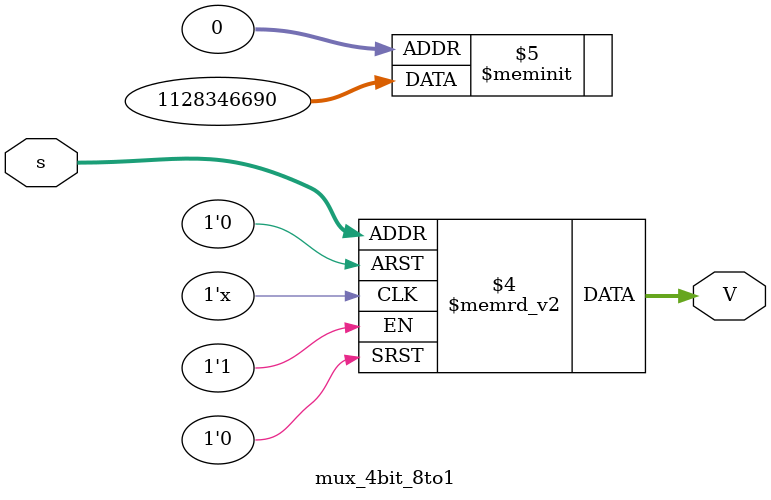
<source format=v>
module part3 (SW, KEY, LEDR, CLOCK_50);
  input [2:0] SW;
  input [1:0] KEY;
  input CLOCK_50;
  output [9:0] LEDR;

  wire rst_n = ~KEY[0];
  wire start_tx = ~KEY[1];

  wire [10:0] codeword;
  wire [3:0]  codeLen;
  mux_big_8to1    u_mux_bits   (.V(codeword), .s(SW));
  mux_4bit_8to1   u_mux_length (.V(codeLen),  .s(SW));

  wire tick;
  halfsec_counter u_hsc (
    .clk   (CLOCK_50),
    .reset (!rst_n),
    .tick  (tick)
  );

  wire [10:0] shiftQ;
  reg         load_sr, shift_sr;
  shift_reg #(11) u_sr (
    .clk   (CLOCK_50),
    .reset (!rst_n),
    .load  (load_sr),
    .shift (shift_sr),
    .D     (codeword),
    .Q     (shiftQ)
  );

  reg  [2:0] state, next_state;
  reg  [3:0] rem_len, next_len;
  reg  [1:0] tick_cnt, next_tcnt;
  reg  [1:0] sym_ticks, next_sticks;

  localparam
    S_IDLE  = 3'd0,
    S_LOAD  = 3'd1,
    S_ON    = 3'd2,
    S_OFF   = 3'd3,
    S_SHIFT = 3'd4;

  always @(posedge CLOCK_50 or negedge rst_n) begin
    if (!rst_n) begin
      state    <= S_IDLE;
      rem_len  <= 4'd0;
      tick_cnt <= 2'd0;
      sym_ticks<= 2'd0;
    end else begin
      state    <= next_state;
      rem_len  <= next_len;
      tick_cnt <= next_tcnt;
      sym_ticks<= next_sticks;
    end
  end

  assign LEDR[0]    = (state == S_ON);
  assign LEDR[9:1]  = 9'd0;

  always @(*) begin
    load_sr     = 1'b0;
    shift_sr    = 1'b0;
    next_state = state;
    next_len   = rem_len;
    next_tcnt  = tick_cnt;
    next_sticks= sym_ticks;

    case(state)
      S_IDLE: begin
        if (start_tx) begin
          next_state = S_LOAD;
        end
      end

      S_LOAD: begin
        load_sr    = 1'b1;
        next_len   = codeLen;
        next_state = S_ON;
      end

      S_ON: begin
        if (tick) begin
          next_sticks = shiftQ[0] ? 2'd3 : 2'd1;
          next_tcnt   = 2'd1;
          next_state  = S_OFF;
        end
      end

      S_OFF: begin
        if (tick) begin
          if (tick_cnt + 1 < sym_ticks) begin
            next_tcnt = tick_cnt + 1;
          end else begin
            next_state = S_SHIFT;
          end
        end
      end

      S_SHIFT: begin
        shift_sr   = 1'b1;
        next_len  = rem_len - 1;
        if (rem_len == 1)
          next_state = S_IDLE;
        else
          next_state = S_ON;
      end

    endcase
  end

endmodule

module halfsec_counter (
  input        clk,
  input        reset,
  output       tick
);
  reg [24:0] cnt;
  always @(posedge clk or posedge reset) begin
    if (reset)
      cnt <= 25'd0;
    else if (cnt == 25_000_000-1)
      cnt <= 25'd0;
    else
      cnt <= cnt + 1;
  end
  assign tick = (cnt == 25_000_000-1);
endmodule

module shift_reg #(parameter W=11) (
  input              clk,
  input              reset,
  input              load,
  input              shift,
  input  [W-1:0]     D,
  output reg [W-1:0] Q
);
  always @(posedge clk or posedge reset) begin
    if (reset)
      Q <= {W{1'b0}};
    else if (load)
      Q <= D;
    else if (shift)
      Q <= Q >> 1;
  end
endmodule

module mux_big_8to1 (
  output reg [10:0] V,
  input      [2:0]  s
);
  parameter A = 11'b00000000011;
  parameter B = 11'b00000001000;
  parameter C = 11'b00000101010;
  parameter D = 11'b00000000100;
  parameter E = 11'b00000000001;
  parameter F = 11'b00000010101;
  parameter G = 11'b00000011001;
  parameter H = 11'b00000000000;

  always @(*) begin
    case(s)
      3'd0: V = A;
      3'd1: V = B;
      3'd2: V = C;
      3'd3: V = D;
      3'd4: V = E;
      3'd5: V = F;
      3'd6: V = G;
      3'd7: V = H;
      default: V = 11'd0;
    endcase
  end
endmodule

module mux_4bit_8to1 (
  output reg [3:0] V,
  input      [2:0] s
);
  always @(*) begin
    case(s)
     3'd0: V = 4'd2;
     3'd1: V = 4'd4;
     3'd2: V = 4'd4;
     3'd3: V = 4'd3;
     3'd4: V = 4'd1;
     3'd5: V = 4'd4;
     3'd6: V = 4'd3;
     3'd7: V = 4'd4;
     default: V = 4'd0;
    endcase
  end
endmodule

</source>
